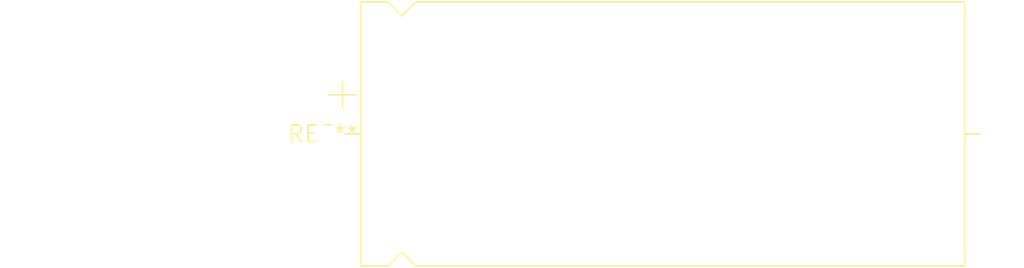
<source format=kicad_pcb>
(kicad_pcb (version 20240108) (generator pcbnew)
  (layers (0 "F.Cu" signal) (31 "B.Cu" signal) (34 "B.Paste" user) (35 "F.Paste" user) (36 "B.SilkS" user "B.Silkscreen") (37 "F.SilkS" user "F.Silkscreen") (38 "B.Mask" user) (39 "F.Mask" user) (44 "Edge.Cuts" user))
  (net 0 "")
  (footprint "CP_Axial_L46.0mm_D20.0mm_P52.00mm_Horizontal" (layer "F.Cu") (at 0 0)
    (property "Reference" "REF**")
    (property "Value" "CP_Axial_L46.0mm_D20.0mm_P52.00mm_Horizontal")
    (fp_line (start 0.43 -3) (end 2.53 -3) (layer "F.SilkS") (stroke (width 0.12)))
    (fp_line (start 1.48 -4.05) (end 1.48 -1.95) (layer "F.SilkS") (stroke (width 0.12)))
    (fp_line (start 1.64 0) (end 2.88 0) (layer "F.SilkS") (stroke (width 0.12)))
    (fp_line (start 2.88 -10.12) (end 2.88 10.12) (layer "F.SilkS") (stroke (width 0.12)))
    (fp_line (start 2.88 -10.12) (end 4.98 -10.12) (layer "F.SilkS") (stroke (width 0.12)))
    (fp_line (start 2.88 10.12) (end 4.98 10.12) (layer "F.SilkS") (stroke (width 0.12)))
    (fp_line (start 4.98 -10.12) (end 6.03 -9.07) (layer "F.SilkS") (stroke (width 0.12)))
    (fp_line (start 4.98 10.12) (end 6.03 9.07) (layer "F.SilkS") (stroke (width 0.12)))
    (fp_line (start 6.03 -9.07) (end 7.08 -10.12) (layer "F.SilkS") (stroke (width 0.12)))
    (fp_line (start 6.03 9.07) (end 7.08 10.12) (layer "F.SilkS") (stroke (width 0.12)))
    (fp_line (start 7.08 -10.12) (end 49.12 -10.12) (layer "F.SilkS") (stroke (width 0.12)))
    (fp_line (start 7.08 10.12) (end 49.12 10.12) (layer "F.SilkS") (stroke (width 0.12)))
    (fp_line (start 49.12 -10.12) (end 49.12 10.12) (layer "F.SilkS") (stroke (width 0.12)))
    (fp_line (start 50.36 0) (end 49.12 0) (layer "F.SilkS") (stroke (width 0.12)))
    (pad "1" thru_hole rect (at 0 0) (size 2.8 2.8) (drill 1.4) (layers *.Cu *.Mask) (remove_unused_layers))
    (pad "2" thru_hole oval (at 52 0) (size 2.8 2.8) (drill 1.4) (layers *.Cu *.Mask) (remove_unused_layers))
  )
)
</source>
